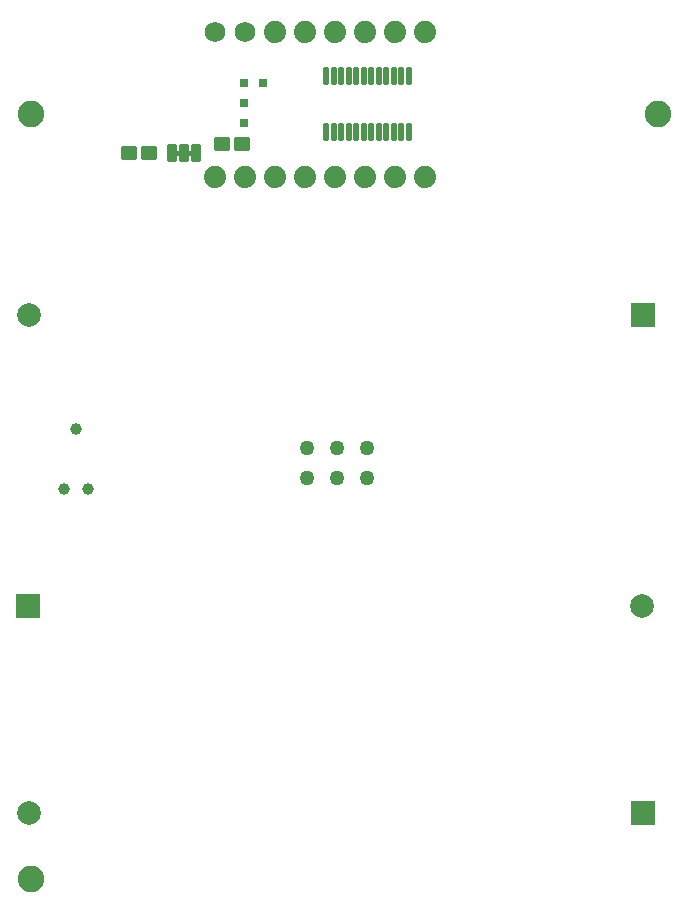
<source format=gbs>
G04 #@! TF.GenerationSoftware,KiCad,Pcbnew,8.99.0-unknown-bf16f757ed~178~ubuntu22.04.1*
G04 #@! TF.CreationDate,2024-04-23T09:45:43-07:00*
G04 #@! TF.ProjectId,rps_v4.0.0,7270735f-7634-42e3-902e-302e6b696361,rev?*
G04 #@! TF.SameCoordinates,PX6b4f310PY82524e0*
G04 #@! TF.FileFunction,Soldermask,Bot*
G04 #@! TF.FilePolarity,Negative*
%FSLAX46Y46*%
G04 Gerber Fmt 4.6, Leading zero omitted, Abs format (unit mm)*
G04 Created by KiCad (PCBNEW 8.99.0-unknown-bf16f757ed~178~ubuntu22.04.1) date 2024-04-23 09:45:43*
%MOMM*%
%LPD*%
G01*
G04 APERTURE LIST*
G04 Aperture macros list*
%AMRoundRect*
0 Rectangle with rounded corners*
0 $1 Rounding radius*
0 $2 $3 $4 $5 $6 $7 $8 $9 X,Y pos of 4 corners*
0 Add a 4 corners polygon primitive as box body*
4,1,4,$2,$3,$4,$5,$6,$7,$8,$9,$2,$3,0*
0 Add four circle primitives for the rounded corners*
1,1,$1+$1,$2,$3*
1,1,$1+$1,$4,$5*
1,1,$1+$1,$6,$7*
1,1,$1+$1,$8,$9*
0 Add four rect primitives between the rounded corners*
20,1,$1+$1,$2,$3,$4,$5,0*
20,1,$1+$1,$4,$5,$6,$7,0*
20,1,$1+$1,$6,$7,$8,$9,0*
20,1,$1+$1,$8,$9,$2,$3,0*%
G04 Aperture macros list end*
%ADD10C,0.000000*%
%ADD11R,2.000000X2.000000*%
%ADD12C,2.000000*%
%ADD13C,1.879600*%
%ADD14C,1.727200*%
%ADD15C,1.270000*%
%ADD16C,0.990600*%
%ADD17RoundRect,0.113300X-0.113300X0.623300X-0.113300X-0.623300X0.113300X-0.623300X0.113300X0.623300X0*%
%ADD18C,2.250000*%
%ADD19RoundRect,0.101600X-0.550000X-0.500000X0.550000X-0.500000X0.550000X0.500000X-0.550000X0.500000X0*%
%ADD20RoundRect,0.101600X0.550000X0.500000X-0.550000X0.500000X-0.550000X-0.500000X0.550000X-0.500000X0*%
%ADD21RoundRect,0.101600X-0.317500X-0.635000X0.317500X-0.635000X0.317500X0.635000X-0.317500X0.635000X0*%
%ADD22R,0.655600X0.800000*%
%ADD23R,0.800000X0.655600*%
G04 APERTURE END LIST*
D10*
G36*
X18812800Y66101700D02*
G01*
X17288800Y66101700D01*
X17288800Y66482700D01*
X18812800Y66482700D01*
X18812800Y66101700D01*
G37*
D11*
X4826000Y27980975D03*
D12*
X56816000Y27980975D03*
D13*
X20604800Y64314200D03*
X23144800Y64314200D03*
X25684800Y64314200D03*
X28224800Y64314200D03*
X30764800Y64314200D03*
X33304800Y64314200D03*
X35844800Y64314200D03*
X38384800Y64314200D03*
X38384800Y76554200D03*
X35844800Y76554200D03*
X33304800Y76554200D03*
X30764800Y76554200D03*
X28224800Y76554200D03*
X25684800Y76554200D03*
D14*
X23144800Y76554200D03*
X20604800Y76554200D03*
D15*
X28448000Y41315975D03*
X28448000Y38775975D03*
X30988000Y41315975D03*
X30988000Y38775975D03*
X33528000Y41315975D03*
X33528000Y38775975D03*
D16*
X8890000Y42926000D03*
X9906000Y37846000D03*
X7874000Y37846000D03*
D17*
X30045000Y72873111D03*
X30680000Y72873111D03*
X31315000Y72873111D03*
X31950000Y72873111D03*
X32585000Y72873111D03*
X33220000Y72873111D03*
X33855000Y72873111D03*
X34490000Y72873111D03*
X35125000Y72873111D03*
X35760000Y72873111D03*
X36395000Y72873111D03*
X37030000Y72873111D03*
X37030000Y68138611D03*
X36395000Y68138611D03*
X35760000Y68138611D03*
X35125000Y68138611D03*
X34490000Y68138611D03*
X33855000Y68138611D03*
X33220000Y68138611D03*
X32585000Y68138611D03*
X31950000Y68138611D03*
X31315000Y68138611D03*
X30680000Y68138611D03*
X30045000Y68138611D03*
D18*
X5080000Y4866975D03*
D11*
X56896000Y10454975D03*
D12*
X4906000Y10454975D03*
D19*
X13390800Y66292200D03*
X15090800Y66292200D03*
D18*
X58166000Y69596000D03*
D20*
X22964800Y67054200D03*
X21264800Y67054200D03*
D18*
X5080000Y69596000D03*
D21*
X17034800Y66292200D03*
X18050800Y66292200D03*
X19066800Y66292200D03*
D22*
X23073600Y72263000D03*
X24729200Y72263000D03*
D23*
X23130800Y68896400D03*
X23130800Y70552000D03*
D11*
X56896000Y52578000D03*
D12*
X4906000Y52578000D03*
M02*

</source>
